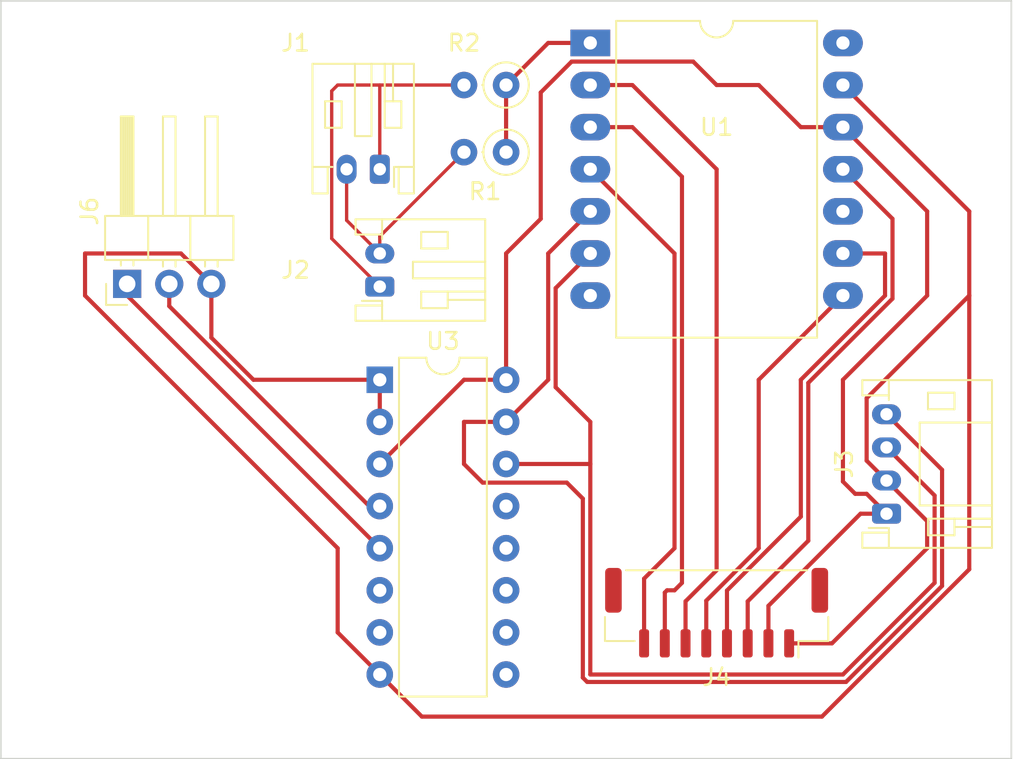
<source format=kicad_pcb>
(kicad_pcb (version 20221018) (generator pcbnew)
  (layers (0 "F.Cu" signal) (31 "B.Cu" signal) (34 "B.Paste" user) (35 "F.Paste" user) (36 "B.SilkS" user "B.Silkscreen") (37 "F.SilkS" user "F.Silkscreen") (38 "B.Mask" user) (39 "F.Mask" user) (44 "Edge.Cuts" user))
  (net 0 "")
  (net 1 "+3V3")
  (net 2 "/-")
  (net 3 "/+")
  (net 4 "/SDA")
  (net 5 "/LCD_CS")
  (net 6 "LCD_BL")
  (net 7 "LCD_RS")
  (net 8 "LCD_DC")
  (net 9 "/SCK")
  (net 10 "/MOSI")
  (net 11 "MISO")
  (net 12 "SD_CS")
  (net 13 "BatLvl")
  (net 15 "/Btn1")
  (net 16 "/Btn2")
  (net 17 "GND")
  (net 18 "/SCL")
  (footprint "Resistor_THT:R_Axial_DIN0207_L6.3mm_D2.5mm_P2.54mm_Vertical" (layer "F.Cu") (at 157.48 59.93 180)
    (fp_text reference "R1" (at 1.27 -2.37) (layer "F.SilkS"))
    (fp_text value "R")
    (fp_line (start 1.37 0) (end 1.44 0) (stroke (width 0.12)) (layer "F.SilkS"))
    (fp_circle (center 0 0) (end 1.37 0) (stroke (width 0.12)) (fill none) (layer "F.SilkS"))
    (pad "1" thru_hole circle (at 0 0 180) (size 1.6 1.6) (drill 0.8) (layers "*.Cu" "*.Mask") (net 13 "BatLvl"))
    (pad "2" thru_hole oval (at 2.54 0 180) (size 1.6 1.6) (drill 0.8) (layers "*.Cu" "*.Mask") (net 2 "/-"))
  )
  (footprint "Connector_JST:JST_PH_S4B-PH-K_1x04_P2.00mm_Horizontal" (layer "F.Cu") (at 180.43 81.74 90)
    (fp_text reference "J3" (at 3 -2.55 90) (layer "F.SilkS"))
    (fp_text value "GNSS I2C")
    (fp_line (start -2.06 -1.46) (end -2.06 6.36) (stroke (width 0.12)) (layer "F.SilkS"))
    (fp_line (start -2.06 0.14) (end -1.14 0.14) (stroke (width 0.12)) (layer "F.SilkS"))
    (fp_line (start -2.06 6.36) (end 8.06 6.36) (stroke (width 0.12)) (layer "F.SilkS"))
    (fp_line (start -1.3 2.5) (end -1.3 4.1) (stroke (width 0.12)) (layer "F.SilkS"))
    (fp_line (start -1.3 4.1) (end -0.3 4.1) (stroke (width 0.12)) (layer "F.SilkS"))
    (fp_line (start -1.14 -1.46) (end -2.06 -1.46) (stroke (width 0.12)) (layer "F.SilkS"))
    (fp_line (start -1.14 0.14) (end -1.14 -1.46) (stroke (width 0.12)) (layer "F.SilkS"))
    (fp_line (start -0.86 0.14) (end -1.14 0.14) (stroke (width 0.12)) (layer "F.SilkS"))
    (fp_line (start -0.86 0.14) (end -0.86 -1.075) (stroke (width 0.12)) (layer "F.SilkS"))
    (fp_line (start -0.8 4.1) (end -0.8 6.36) (stroke (width 0.12)) (layer "F.SilkS"))
    (fp_line (start -0.3 2.5) (end -1.3 2.5) (stroke (width 0.12)) (layer "F.SilkS"))
    (fp_line (start -0.3 4.1) (end -0.3 2.5) (stroke (width 0.12)) (layer "F.SilkS"))
    (fp_line (start -0.3 4.1) (end -0.3 6.36) (stroke (width 0.12)) (layer "F.SilkS"))
    (fp_line (start 0.5 2) (end 5.5 2) (stroke (width 0.12)) (layer "F.SilkS"))
    (fp_line (start 0.5 6.36) (end 0.5 2) (stroke (width 0.12)) (layer "F.SilkS"))
    (fp_line (start 5.5 2) (end 5.5 6.36) (stroke (width 0.12)) (layer "F.SilkS"))
    (fp_line (start 6.3 2.5) (end 7.3 2.5) (stroke (width 0.12)) (layer "F.SilkS"))
    (fp_line (start 6.3 4.1) (end 6.3 2.5) (stroke (width 0.12)) (layer "F.SilkS"))
    (fp_line (start 7.14 -1.46) (end 7.14 0.14) (stroke (width 0.12)) (layer "F.SilkS"))
    (fp_line (start 7.14 0.14) (end 6.86 0.14) (stroke (width 0.12)) (layer "F.SilkS"))
    (fp_line (start 7.3 2.5) (end 7.3 4.1) (stroke (width 0.12)) (layer "F.SilkS"))
    (fp_line (start 7.3 4.1) (end 6.3 4.1) (stroke (width 0.12)) (layer "F.SilkS"))
    (fp_line (start 8.06 -1.46) (end 7.14 -1.46) (stroke (width 0.12)) (layer "F.SilkS"))
    (fp_line (start 8.06 0.14) (end 7.14 0.14) (stroke (width 0.12)) (layer "F.SilkS"))
    (fp_line (start 8.06 6.36) (end 8.06 -1.46) (stroke (width 0.12)) (layer "F.SilkS"))
    (pad "1" thru_hole roundrect (at 0 0 90) (size 1.2 1.75) (drill 0.75) (layers "*.Cu" "*.Mask") (roundrect_rratio 0.208333) (net 1 "+3V3"))
    (pad "2" thru_hole oval (at 2 0 90) (size 1.2 1.75) (drill 0.75) (layers "*.Cu" "*.Mask") (net 17 "GND"))
    (pad "3" thru_hole oval (at 4 0 90) (size 1.2 1.75) (drill 0.75) (layers "*.Cu" "*.Mask") (net 18 "/SCL"))
    (pad "4" thru_hole oval (at 6 0 90) (size 1.2 1.75) (drill 0.75) (layers "*.Cu" "*.Mask") (net 4 "/SDA"))
  )
  (footprint "Package_DIP:DIP-16_W7.62mm" (layer "F.Cu") (at 149.86 73.66)
    (fp_text reference "U3" (at 3.81 -2.33) (layer "F.SilkS"))
    (fp_text value "PCF8574")
    (fp_line (start 1.16 -1.33) (end 1.16 19.11) (stroke (width 0.12)) (layer "F.SilkS"))
    (fp_line (start 1.16 19.11) (end 6.46 19.11) (stroke (width 0.12)) (layer "F.SilkS"))
    (fp_line (start 2.81 -1.33) (end 1.16 -1.33) (stroke (width 0.12)) (layer "F.SilkS"))
    (fp_line (start 6.46 -1.33) (end 4.81 -1.33) (stroke (width 0.12)) (layer "F.SilkS"))
    (fp_line (start 6.46 19.11) (end 6.46 -1.33) (stroke (width 0.12)) (layer "F.SilkS"))
    (fp_arc (start 4.81 -1.33) (mid 3.81 -0.33) (end 2.81 -1.33) (stroke (width 0.12)) (layer "F.SilkS"))
    (pad "1" thru_hole rect (at 0 0) (size 1.6 1.6) (drill 0.8) (layers "*.Cu" "*.Mask") (net 17 "GND"))
    (pad "2" thru_hole oval (at 0 2.54) (size 1.6 1.6) (drill 0.8) (layers "*.Cu" "*.Mask") (net 17 "GND"))
    (pad "3" thru_hole oval (at 0 5.08) (size 1.6 1.6) (drill 0.8) (layers "*.Cu" "*.Mask") (net 1 "+3V3"))
    (pad "4" thru_hole oval (at 0 7.62) (size 1.6 1.6) (drill 0.8) (layers "*.Cu" "*.Mask") (net 16 "/Btn2"))
    (pad "5" thru_hole oval (at 0 10.16) (size 1.6 1.6) (drill 0.8) (layers "*.Cu" "*.Mask") (net 15 "/Btn1"))
    (pad "6" thru_hole oval (at 0 12.7) (size 1.6 1.6) (drill 0.8) (layers "*.Cu" "*.Mask"))
    (pad "7" thru_hole oval (at 0 15.24) (size 1.6 1.6) (drill 0.8) (layers "*.Cu" "*.Mask"))
    (pad "8" thru_hole oval (at 0 17.78) (size 1.6 1.6) (drill 0.8) (layers "*.Cu" "*.Mask") (net 17 "GND"))
    (pad "9" thru_hole oval (at 7.62 17.78) (size 1.6 1.6) (drill 0.8) (layers "*.Cu" "*.Mask"))
    (pad "10" thru_hole oval (at 7.62 15.24) (size 1.6 1.6) (drill 0.8) (layers "*.Cu" "*.Mask"))
    (pad "11" thru_hole oval (at 7.62 12.7) (size 1.6 1.6) (drill 0.8) (layers "*.Cu" "*.Mask"))
    (pad "12" thru_hole oval (at 7.62 10.16) (size 1.6 1.6) (drill 0.8) (layers "*.Cu" "*.Mask"))
    (pad "13" thru_hole oval (at 7.62 7.62) (size 1.6 1.6) (drill 0.8) (layers "*.Cu" "*.Mask"))
    (pad "14" thru_hole oval (at 7.62 5.08) (size 1.6 1.6) (drill 0.8) (layers "*.Cu" "*.Mask") (net 18 "/SCL"))
    (pad "15" thru_hole oval (at 7.62 2.54) (size 1.6 1.6) (drill 0.8) (layers "*.Cu" "*.Mask") (net 4 "/SDA"))
    (pad "16" thru_hole oval (at 7.62 0) (size 1.6 1.6) (drill 0.8) (layers "*.Cu" "*.Mask") (net 1 "+3V3"))
  )
  (footprint "xiao ESP32C3_PCB:DIP-14_W15.24mm_LongPads" (layer "F.Cu") (at 162.56 53.34)
    (fp_text reference "U1" (at 7.62 5.08) (layer "F.SilkS"))
    (fp_text value "XIAO ESP32S3")
    (fp_line (start 1.56 -1.33) (end 1.56 17.78) (stroke (width 0.12)) (layer "F.SilkS"))
    (fp_line (start 1.56 17.78) (end 13.68 17.78) (stroke (width 0.12)) (layer "F.SilkS"))
    (fp_line (start 6.62 -1.33) (end 1.56 -1.33) (stroke (width 0.12)) (layer "F.SilkS"))
    (fp_line (start 13.68 -1.33) (end 8.62 -1.33) (stroke (width 0.12)) (layer "F.SilkS"))
    (fp_line (start 13.68 17.78) (end 13.68 -1.33) (stroke (width 0.12)) (layer "F.SilkS"))
    (fp_arc (start 8.62 -1.33) (mid 7.62 -0.33) (end 6.62 -1.33) (stroke (width 0.12)) (layer "F.SilkS"))
    (pad "1" thru_hole rect (at 0 0) (size 2.4 1.6) (drill 0.8) (layers "*.Cu" "*.Mask") (net 13 "BatLvl"))
    (pad "2" thru_hole oval (at 0 2.54) (size 2.4 1.6) (drill 0.8) (layers "*.Cu" "*.Mask") (net 8 "LCD_DC"))
    (pad "3" thru_hole oval (at 0 5.08) (size 2.4 1.6) (drill 0.8) (layers "*.Cu" "*.Mask") (net 7 "LCD_RS"))
    (pad "4" thru_hole oval (at 0 7.62) (size 2.4 1.6) (drill 0.8) (layers "*.Cu" "*.Mask") (net 6 "LCD_BL"))
    (pad "5" thru_hole oval (at 0 10.16) (size 2.4 1.6) (drill 0.8) (layers "*.Cu" "*.Mask") (net 4 "/SDA"))
    (pad "6" thru_hole oval (at 0 12.7) (size 2.4 1.6) (drill 0.8) (layers "*.Cu" "*.Mask") (net 18 "/SCL"))
    (pad "7" thru_hole oval (at 0 15.24) (size 2.4 1.6) (drill 0.8) (layers "*.Cu" "*.Mask") (net 12 "SD_CS"))
    (pad "8" thru_hole oval (at 15.24 15.24) (size 2.4 1.6) (drill 0.8) (layers "*.Cu" "*.Mask") (net 5 "/LCD_CS"))
    (pad "9" thru_hole oval (at 15.24 12.7) (size 2.4 1.6) (drill 0.8) (layers "*.Cu" "*.Mask") (net 9 "/SCK"))
    (pad "10" thru_hole oval (at 15.24 10.16) (size 2.4 1.6) (drill 0.8) (layers "*.Cu" "*.Mask") (net 11 "MISO"))
    (pad "11" thru_hole oval (at 15.24 7.62) (size 2.4 1.6) (drill 0.8) (layers "*.Cu" "*.Mask") (net 10 "/MOSI"))
    (pad "12" thru_hole oval (at 15.24 5.08) (size 2.4 1.6) (drill 0.8) (layers "*.Cu" "*.Mask") (net 1 "+3V3"))
    (pad "13" thru_hole oval (at 15.24 2.54) (size 2.4 1.6) (drill 0.8) (layers "*.Cu" "*.Mask") (net 17 "GND"))
    (pad "14" thru_hole oval (at 15.24 0) (size 2.4 1.6) (drill 0.8) (layers "*.Cu" "*.Mask"))
  )
  (footprint "Connector_JST:JST_GH_SM08B-GHS-TB_1x08-1MP_P1.25mm_Horizontal" (layer "F.Cu") (at 170.18 87.71 180)
    (fp_text reference "J4" (at 0 -3.9) (layer "F.SilkS"))
    (fp_text value "LCD")
    (fp_line (start -6.735 -1.71) (end -4.935 -1.71) (stroke (width 0.12)) (layer "F.SilkS"))
    (fp_line (start -6.735 -0.26) (end -6.735 -1.71) (stroke (width 0.12)) (layer "F.SilkS"))
    (fp_line (start -5.465 2.56) (end 5.465 2.56) (stroke (width 0.12)) (layer "F.SilkS"))
    (fp_line (start -4.935 -1.71) (end -4.935 -2.7) (stroke (width 0.12)) (layer "F.SilkS"))
    (fp_line (start 6.735 -1.71) (end 4.935 -1.71) (stroke (width 0.12)) (layer "F.SilkS"))
    (fp_line (start 6.735 -0.26) (end 6.735 -1.71) (stroke (width 0.12)) (layer "F.SilkS"))
    (pad "1" smd roundrect (at -4.375 -1.85 180) (size 0.6 1.7) (layers "F.Cu" "F.Paste" "F.Mask") (net 17 "GND"))
    (pad "2" smd roundrect (at -3.125 -1.85 180) (size 0.6 1.7) (layers "F.Cu" "F.Paste" "F.Mask") (net 1 "+3V3"))
    (pad "3" smd roundrect (at -1.875 -1.85 180) (size 0.6 1.7) (layers "F.Cu" "F.Paste" "F.Mask") (net 10 "/MOSI"))
    (pad "4" smd roundrect (at -0.625 -1.85 180) (size 0.6 1.7) (layers "F.Cu" "F.Paste" "F.Mask") (net 9 "/SCK"))
    (pad "5" smd roundrect (at 0.625 -1.85 180) (size 0.6 1.7) (layers "F.Cu" "F.Paste" "F.Mask") (net 5 "/LCD_CS"))
    (pad "6" smd roundrect (at 1.875 -1.85 180) (size 0.6 1.7) (layers "F.Cu" "F.Paste" "F.Mask") (net 8 "LCD_DC"))
    (pad "7" smd roundrect (at 3.125 -1.85 180) (size 0.6 1.7) (layers "F.Cu" "F.Paste" "F.Mask") (net 7 "LCD_RS"))
    (pad "8" smd roundrect (at 4.375 -1.85 180) (size 0.6 1.7) (layers "F.Cu" "F.Paste" "F.Mask") (net 6 "LCD_BL"))
    (pad "MP" smd roundrect (at -6.225 1.35 180) (size 1 2.7) (layers "F.Cu" "F.Paste" "F.Mask"))
    (pad "MP" smd roundrect (at 6.225 1.35 180) (size 1 2.7) (layers "F.Cu" "F.Paste" "F.Mask"))
  )
  (footprint "Connector_JST:JST_PH_S2B-PH-K_1x02_P2.00mm_Horizontal" (layer "F.Cu") (at 149.86 68.04 90)
    (fp_text reference "J2" (at 1 -5.08 180) (layer "F.SilkS"))
    (fp_text value "ESP32 BAT")
    (fp_line (start -2.06 -1.46) (end -2.06 6.36) (stroke (width 0.12)) (layer "F.SilkS"))
    (fp_line (start -2.06 0.14) (end -1.14 0.14) (stroke (width 0.12)) (layer "F.SilkS"))
    (fp_line (start -2.06 6.36) (end 4.06 6.36) (stroke (width 0.12)) (layer "F.SilkS"))
    (fp_line (start -1.3 2.5) (end -1.3 4.1) (stroke (width 0.12)) (layer "F.SilkS"))
    (fp_line (start -1.3 4.1) (end -0.3 4.1) (stroke (width 0.12)) (layer "F.SilkS"))
    (fp_line (start -1.14 -1.46) (end -2.06 -1.46) (stroke (width 0.12)) (layer "F.SilkS"))
    (fp_line (start -1.14 0.14) (end -1.14 -1.46) (stroke (width 0.12)) (layer "F.SilkS"))
    (fp_line (start -0.86 0.14) (end -1.14 0.14) (stroke (width 0.12)) (layer "F.SilkS"))
    (fp_line (start -0.86 0.14) (end -0.86 -1.075) (stroke (width 0.12)) (layer "F.SilkS"))
    (fp_line (start -0.8 4.1) (end -0.8 6.36) (stroke (width 0.12)) (layer "F.SilkS"))
    (fp_line (start -0.3 2.5) (end -1.3 2.5) (stroke (width 0.12)) (layer "F.SilkS"))
    (fp_line (start -0.3 4.1) (end -0.3 2.5) (stroke (width 0.12)) (layer "F.SilkS"))
    (fp_line (start -0.3 4.1) (end -0.3 6.36) (stroke (width 0.12)) (layer "F.SilkS"))
    (fp_line (start 0.5 2) (end 1.5 2) (stroke (width 0.12)) (layer "F.SilkS"))
    (fp_line (start 0.5 6.36) (end 0.5 2) (stroke (width 0.12)) (layer "F.SilkS"))
    (fp_line (start 1.5 2) (end 1.5 6.36) (stroke (width 0.12)) (layer "F.SilkS"))
    (fp_line (start 2.3 2.5) (end 3.3 2.5) (stroke (width 0.12)) (layer "F.SilkS"))
    (fp_line (start 2.3 4.1) (end 2.3 2.5) (stroke (width 0.12)) (layer "F.SilkS"))
    (fp_line (start 3.14 -1.46) (end 3.14 0.14) (stroke (width 0.12)) (layer "F.SilkS"))
    (fp_line (start 3.14 0.14) (end 2.86 0.14) (stroke (width 0.12)) (layer "F.SilkS"))
    (fp_line (start 3.3 2.5) (end 3.3 4.1) (stroke (width 0.12)) (layer "F.SilkS"))
    (fp_line (start 3.3 4.1) (end 2.3 4.1) (stroke (width 0.12)) (layer "F.SilkS"))
    (fp_line (start 4.06 -1.46) (end 3.14 -1.46) (stroke (width 0.12)) (layer "F.SilkS"))
    (fp_line (start 4.06 0.14) (end 3.14 0.14) (stroke (width 0.12)) (layer "F.SilkS"))
    (fp_line (start 4.06 6.36) (end 4.06 -1.46) (stroke (width 0.12)) (layer "F.SilkS"))
    (pad "1" thru_hole roundrect (at 0 0 90) (size 1.2 1.75) (drill 0.75) (layers "*.Cu" "*.Mask") (roundrect_rratio 0.208333) (net 3 "/+"))
    (pad "2" thru_hole oval (at 2 0 90) (size 1.2 1.75) (drill 0.75) (layers "*.Cu" "*.Mask") (net 2 "/-"))
  )
  (footprint "Connector_PinHeader_2.54mm:PinHeader_1x03_P2.54mm_Horizontal" (layer "F.Cu") (at 134.62 67.875 90)
    (fp_text reference "J6" (at 4.385 -2.27 90) (layer "F.SilkS"))
    (fp_text value "BTNS")
    (fp_line (start -1.27 -1.27) (end 0 -1.27) (stroke (width 0.12)) (layer "F.SilkS"))
    (fp_line (start -1.27 0) (end -1.27 -1.27) (stroke (width 0.12)) (layer "F.SilkS"))
    (fp_line (start 1.042929 2.16) (end 1.44 2.16) (stroke (width 0.12)) (layer "F.SilkS"))
    (fp_line (start 1.042929 2.92) (end 1.44 2.92) (stroke (width 0.12)) (layer "F.SilkS"))
    (fp_line (start 1.042929 4.7) (end 1.44 4.7) (stroke (width 0.12)) (layer "F.SilkS"))
    (fp_line (start 1.042929 5.46) (end 1.44 5.46) (stroke (width 0.12)) (layer "F.SilkS"))
    (fp_line (start 1.11 -0.38) (end 1.44 -0.38) (stroke (width 0.12)) (layer "F.SilkS"))
    (fp_line (start 1.11 0.38) (end 1.44 0.38) (stroke (width 0.12)) (layer "F.SilkS"))
    (fp_line (start 1.44 -1.33) (end 1.44 6.41) (stroke (width 0.12)) (layer "F.SilkS"))
    (fp_line (start 1.44 1.27) (end 4.1 1.27) (stroke (width 0.12)) (layer "F.SilkS"))
    (fp_line (start 1.44 3.81) (end 4.1 3.81) (stroke (width 0.12)) (layer "F.SilkS"))
    (fp_line (start 1.44 6.41) (end 4.1 6.41) (stroke (width 0.12)) (layer "F.SilkS"))
    (fp_line (start 4.1 -1.33) (end 1.44 -1.33) (stroke (width 0.12)) (layer "F.SilkS"))
    (fp_line (start 4.1 -0.38) (end 10.1 -0.38) (stroke (width 0.12)) (layer "F.SilkS"))
    (fp_line (start 4.1 -0.32) (end 10.1 -0.32) (stroke (width 0.12)) (layer "F.SilkS"))
    (fp_line (start 4.1 -0.2) (end 10.1 -0.2) (stroke (width 0.12)) (layer "F.SilkS"))
    (fp_line (start 4.1 -0.08) (end 10.1 -0.08) (stroke (width 0.12)) (layer "F.SilkS"))
    (fp_line (start 4.1 0.04) (end 10.1 0.04) (stroke (width 0.12)) (layer "F.SilkS"))
    (fp_line (start 4.1 0.16) (end 10.1 0.16) (stroke (width 0.12)) (layer "F.SilkS"))
    (fp_line (start 4.1 0.28) (end 10.1 0.28) (stroke (width 0.12)) (layer "F.SilkS"))
    (fp_line (start 4.1 2.16) (end 10.1 2.16) (stroke (width 0.12)) (layer "F.SilkS"))
    (fp_line (start 4.1 4.7) (end 10.1 4.7) (stroke (width 0.12)) (layer "F.SilkS"))
    (fp_line (start 4.1 6.41) (end 4.1 -1.33) (stroke (width 0.12)) (layer "F.SilkS"))
    (fp_line (start 10.1 -0.38) (end 10.1 0.38) (stroke (width 0.12)) (layer "F.SilkS"))
    (fp_line (start 10.1 0.38) (end 4.1 0.38) (stroke (width 0.12)) (layer "F.SilkS"))
    (fp_line (start 10.1 2.16) (end 10.1 2.92) (stroke (width 0.12)) (layer "F.SilkS"))
    (fp_line (start 10.1 2.92) (end 4.1 2.92) (stroke (width 0.12)) (layer "F.SilkS"))
    (fp_line (start 10.1 4.7) (end 10.1 5.46) (stroke (width 0.12)) (layer "F.SilkS"))
    (fp_line (start 10.1 5.46) (end 4.1 5.46) (stroke (width 0.12)) (layer "F.SilkS"))
    (pad "1" thru_hole rect (at 0 0 90) (size 1.7 1.7) (drill 1) (layers "*.Cu" "*.Mask") (net 15 "/Btn1"))
    (pad "2" thru_hole oval (at 0 2.54 90) (size 1.7 1.7) (drill 1) (layers "*.Cu" "*.Mask") (net 16 "/Btn2"))
    (pad "3" thru_hole oval (at 0 5.08 90) (size 1.7 1.7) (drill 1) (layers "*.Cu" "*.Mask") (net 17 "GND"))
  )
  (footprint "Connector_JST:JST_PH_S2B-PH-K_1x02_P2.00mm_Horizontal" (layer "F.Cu") (at 149.86 60.96 180)
    (fp_text reference "J1" (at 5.08 7.62 180) (layer "F.SilkS"))
    (fp_text value "BAT")
    (fp_line (start -2.06 -1.46) (end -2.06 6.36) (stroke (width 0.12)) (layer "F.SilkS"))
    (fp_line (start -2.06 0.14) (end -1.14 0.14) (stroke (width 0.12)) (layer "F.SilkS"))
    (fp_line (start -2.06 6.36) (end 4.06 6.36) (stroke (width 0.12)) (layer "F.SilkS"))
    (fp_line (start -1.3 2.5) (end -1.3 4.1) (stroke (width 0.12)) (layer "F.SilkS"))
    (fp_line (start -1.3 4.1) (end -0.3 4.1) (stroke (width 0.12)) (layer "F.SilkS"))
    (fp_line (start -1.14 -1.46) (end -2.06 -1.46) (stroke (width 0.12)) (layer "F.SilkS"))
    (fp_line (start -1.14 0.14) (end -1.14 -1.46) (stroke (width 0.12)) (layer "F.SilkS"))
    (fp_line (start -0.86 0.14) (end -1.14 0.14) (stroke (width 0.12)) (layer "F.SilkS"))
    (fp_line (start -0.86 0.14) (end -0.86 -1.075) (stroke (width 0.12)) (layer "F.SilkS"))
    (fp_line (start -0.8 4.1) (end -0.8 6.36) (stroke (width 0.12)) (layer "F.SilkS"))
    (fp_line (start -0.3 2.5) (end -1.3 2.5) (stroke (width 0.12)) (layer "F.SilkS"))
    (fp_line (start -0.3 4.1) (end -0.3 2.5) (stroke (width 0.12)) (layer "F.SilkS"))
    (fp_line (start -0.3 4.1) (end -0.3 6.36) (stroke (width 0.12)) (layer "F.SilkS"))
    (fp_line (start 0.5 2) (end 1.5 2) (stroke (width 0.12)) (layer "F.SilkS"))
    (fp_line (start 0.5 6.36) (end 0.5 2) (stroke (width 0.12)) (layer "F.SilkS"))
    (fp_line (start 1.5 2) (end 1.5 6.36) (stroke (width 0.12)) (layer "F.SilkS"))
    (fp_line (start 2.3 2.5) (end 3.3 2.5) (stroke (width 0.12)) (layer "F.SilkS"))
    (fp_line (start 2.3 4.1) (end 2.3 2.5) (stroke (width 0.12)) (layer "F.SilkS"))
    (fp_line (start 3.14 -1.46) (end 3.14 0.14) (stroke (width 0.12)) (layer "F.SilkS"))
    (fp_line (start 3.14 0.14) (end 2.86 0.14) (stroke (width 0.12)) (layer "F.SilkS"))
    (fp_line (start 3.3 2.5) (end 3.3 4.1) (stroke (width 0.12)) (layer "F.SilkS"))
    (fp_line (start 3.3 4.1) (end 2.3 4.1) (stroke (width 0.12)) (layer "F.SilkS"))
    (fp_line (start 4.06 -1.46) (end 3.14 -1.46) (stroke (width 0.12)) (layer "F.SilkS"))
    (fp_line (start 4.06 0.14) (end 3.14 0.14) (stroke (width 0.12)) (layer "F.SilkS"))
    (fp_line (start 4.06 6.36) (end 4.06 -1.46) (stroke (width 0.12)) (layer "F.SilkS"))
    (pad "1" thru_hole roundrect (at 0 0 180) (size 1.2 1.75) (drill 0.75) (layers "*.Cu" "*.Mask") (roundrect_rratio 0.208333) (net 3 "/+"))
    (pad "2" thru_hole oval (at 2 0 180) (size 1.2 1.75) (drill 0.75) (layers "*.Cu" "*.Mask") (net 2 "/-"))
  )
  (footprint "Resistor_THT:R_Axial_DIN0207_L6.3mm_D2.5mm_P2.54mm_Vertical" (layer "F.Cu") (at 157.48 55.88 180)
    (fp_text reference "R2" (at 2.54 2.54) (layer "F.SilkS"))
    (fp_text value "R")
    (fp_line (start 1.37 0) (end 1.44 0) (stroke (width 0.12)) (layer "F.SilkS"))
    (fp_circle (center 0 0) (end 1.37 0) (stroke (width 0.12)) (fill none) (layer "F.SilkS"))
    (pad "1" thru_hole circle (at 0 0 180) (size 1.6 1.6) (drill 0.8) (layers "*.Cu" "*.Mask") (net 13 "BatLvl"))
    (pad "2" thru_hole oval (at 2.54 0 180) (size 1.6 1.6) (drill 0.8) (layers "*.Cu" "*.Mask") (net 3 "/+"))
  )
  (gr_rect (start 127 50.8) (end 187.96 96.52) (stroke (width 0.1)) (fill none) (layer "Edge.Cuts"))
  (segment (start 178.861827 81.74) (end 180.43 81.74) (width 0.25) (layer "F.Cu") (net 1))
  (segment (start 182.88 68.58) (end 182.88 63.5) (width 0.25) (layer "F.Cu") (net 1))
  (segment (start 173.305 89.56) (end 173.305 87.296827) (width 0.25) (layer "F.Cu") (net 1))
  (segment (start 154.94 73.66) (end 149.86 78.74) (width 0.25) (layer "F.Cu") (net 1))
  (segment (start 170.18 55.88) (end 168.765 54.465) (width 0.25) (layer "F.Cu") (net 1))
  (segment (start 175.26 58.42) (end 172.72 55.88) (width 0.25) (layer "F.Cu") (net 1))
  (segment (start 159.57 63.95) (end 157.48 66.04) (width 0.25) (layer "F.Cu") (net 1))
  (segment (start 177.8 58.42) (end 175.26 58.42) (width 0.25) (layer "F.Cu") (net 1))
  (segment (start 182.88 63.5) (end 177.8 58.42) (width 0.25) (layer "F.Cu") (net 1))
  (segment (start 168.765 54.465) (end 161.435 54.465) (width 0.25) (layer "F.Cu") (net 1))
  (segment (start 157.48 73.66) (end 154.94 73.66) (width 0.25) (layer "F.Cu") (net 1))
  (segment (start 179.23 80.54) (end 178.54 80.54) (width 0.25) (layer "F.Cu") (net 1))
  (segment (start 157.48 66.04) (end 157.48 73.66) (width 0.25) (layer "F.Cu") (net 1))
  (segment (start 172.72 55.88) (end 170.18 55.88) (width 0.25) (layer "F.Cu") (net 1))
  (segment (start 177.8 73.66) (end 182.88 68.58) (width 0.25) (layer "F.Cu") (net 1))
  (segment (start 159.57 56.33) (end 159.57 63.95) (width 0.25) (layer "F.Cu") (net 1))
  (segment (start 180.43 81.74) (end 179.23 80.54) (width 0.25) (layer "F.Cu") (net 1))
  (segment (start 161.435 54.465) (end 159.57 56.33) (width 0.25) (layer "F.Cu") (net 1))
  (segment (start 177.8 79.8) (end 177.8 73.66) (width 0.25) (layer "F.Cu") (net 1))
  (segment (start 173.305 87.296827) (end 178.861827 81.74) (width 0.25) (layer "F.Cu") (net 1))
  (segment (start 178.54 80.54) (end 177.8 79.8) (width 0.25) (layer "F.Cu") (net 1))
  (segment (start 149.86 65.01) (end 154.94 59.93) (width 0.2) (layer "F.Cu") (net 2))
  (segment (start 147.86 64.04) (end 149.86 66.04) (width 0.2) (layer "F.Cu") (net 2))
  (segment (start 147.86 60.96) (end 147.86 64.04) (width 0.2) (layer "F.Cu") (net 2))
  (segment (start 149.86 66.04) (end 149.86 65.01) (width 0.2) (layer "F.Cu") (net 2))
  (segment (start 146.96 56.24) (end 147.32 55.88) (width 0.2) (layer "F.Cu") (net 3))
  (segment (start 146.96 65.14) (end 146.96 56.24) (width 0.2) (layer "F.Cu") (net 3))
  (segment (start 147.32 55.88) (end 149.86 55.88) (width 0.2) (layer "F.Cu") (net 3))
  (segment (start 149.86 68.04) (end 146.96 65.14) (width 0.2) (layer "F.Cu") (net 3))
  (segment (start 149.86 60.96) (end 149.86 55.88) (width 0.2) (layer "F.Cu") (net 3))
  (segment (start 149.86 55.88) (end 154.94 55.88) (width 0.2) (layer "F.Cu") (net 3))
  (segment (start 161.145 79.865) (end 156.065 79.865) (width 0.25) (layer "F.Cu") (net 4))
  (segment (start 157.48 76.2) (end 160.02 73.66) (width 0.25) (layer "F.Cu") (net 4))
  (segment (start 183.78 86.096396) (end 177.986396 91.89) (width 0.25) (layer "F.Cu") (net 4))
  (segment (start 160.02 66.04) (end 162.56 63.5) (width 0.25) (layer "F.Cu") (net 4))
  (segment (start 156.065 79.865) (end 154.94 78.74) (width 0.25) (layer "F.Cu") (net 4))
  (segment (start 183.78 79.09) (end 183.78 86.096396) (width 0.25) (layer "F.Cu") (net 4))
  (segment (start 177.986396 91.89) (end 162.373604 91.89) (width 0.25) (layer "F.Cu") (net 4))
  (segment (start 162.11 91.626396) (end 162.11 80.83) (width 0.25) (layer "F.Cu") (net 4))
  (segment (start 162.11 80.83) (end 161.145 79.865) (width 0.25) (layer "F.Cu") (net 4))
  (segment (start 154.94 78.74) (end 154.94 76.2) (width 0.25) (layer "F.Cu") (net 4))
  (segment (start 180.43 75.74) (end 183.78 79.09) (width 0.25) (layer "F.Cu") (net 4))
  (segment (start 154.94 76.2) (end 157.48 76.2) (width 0.25) (layer "F.Cu") (net 4))
  (segment (start 162.373604 91.89) (end 162.11 91.626396) (width 0.25) (layer "F.Cu") (net 4))
  (segment (start 160.02 73.66) (end 160.02 66.04) (width 0.25) (layer "F.Cu") (net 4))
  (segment (start 169.555 89.56) (end 169.555 86.985) (width 0.25) (layer "F.Cu") (net 5))
  (segment (start 172.72 73.66) (end 177.8 68.58) (width 0.25) (layer "F.Cu") (net 5))
  (segment (start 172.72 83.82) (end 172.72 73.66) (width 0.25) (layer "F.Cu") (net 5))
  (segment (start 169.555 86.985) (end 172.72 83.82) (width 0.25) (layer "F.Cu") (net 5))
  (segment (start 165.805 89.56) (end 165.805 85.655) (width 0.25) (layer "F.Cu") (net 6))
  (segment (start 167.64 66.04) (end 167.64 83.82) (width 0.25) (layer "F.Cu") (net 6))
  (segment (start 162.56 60.96) (end 167.64 66.04) (width 0.25) (layer "F.Cu") (net 6))
  (segment (start 165.805 85.655) (end 167.64 83.82) (width 0.25) (layer "F.Cu") (net 6))
  (segment (start 165.1 58.42) (end 168.09 61.41) (width 0.25) (layer "F.Cu") (net 7))
  (segment (start 162.56 58.42) (end 165.1 58.42) (width 0.25) (layer "F.Cu") (net 7))
  (segment (start 167.055 86.495) (end 167.055 89.56) (width 0.25) (layer "F.Cu") (net 7))
  (segment (start 167.19 86.36) (end 167.055 86.495) (width 0.25) (layer "F.Cu") (net 7))
  (segment (start 168.09 61.41) (end 168.09 85.91) (width 0.25) (layer "F.Cu") (net 7))
  (segment (start 167.64 86.36) (end 167.19 86.36) (width 0.25) (layer "F.Cu") (net 7))
  (segment (start 168.09 85.91) (end 167.64 86.36) (width 0.25) (layer "F.Cu") (net 7))
  (segment (start 170.18 60.96) (end 170.18 85.15) (width 0.25) (layer "F.Cu") (net 8))
  (segment (start 170.18 85.15) (end 168.305 87.025) (width 0.25) (layer "F.Cu") (net 8))
  (segment (start 168.305 87.025) (end 168.305 89.56) (width 0.25) (layer "F.Cu") (net 8))
  (segment (start 162.56 55.88) (end 165.1 55.88) (width 0.25) (layer "F.Cu") (net 8))
  (segment (start 165.1 55.88) (end 170.18 60.96) (width 0.25) (layer "F.Cu") (net 8))
  (segment (start 175.26 81.916396) (end 175.26 73.66) (width 0.25) (layer "F.Cu") (net 9))
  (segment (start 175.26 73.66) (end 180.34 68.58) (width 0.25) (layer "F.Cu") (net 9))
  (segment (start 180.34 68.58) (end 180.34 66.04) (width 0.25) (layer "F.Cu") (net 9))
  (segment (start 170.805 86.371396) (end 175.26 81.916396) (width 0.25) (layer "F.Cu") (net 9))
  (segment (start 170.805 89.56) (end 170.805 86.371396) (width 0.25) (layer "F.Cu") (net 9))
  (segment (start 180.34 66.04) (end 177.8 66.04) (width 0.25) (layer "F.Cu") (net 9))
  (segment (start 172.055 89.56) (end 172.055 87.025) (width 0.25) (layer "F.Cu") (net 10))
  (segment (start 180.79 68.766396) (end 180.79 63.95) (width 0.25) (layer "F.Cu") (net 10))
  (segment (start 180.79 63.95) (end 177.8 60.96) (width 0.25) (layer "F.Cu") (net 10))
  (segment (start 175.71 83.37) (end 175.71 73.846396) (width 0.25) (layer "F.Cu") (net 10))
  (segment (start 172.055 87.025) (end 175.71 83.37) (width 0.25) (layer "F.Cu") (net 10))
  (segment (start 175.71 73.846396) (end 180.79 68.766396) (width 0.25) (layer "F.Cu") (net 10))
  (segment (start 157.48 59.93) (end 157.48 55.88) (width 0.25) (layer "F.Cu") (net 13))
  (segment (start 160.02 53.34) (end 161.923604 53.34) (width 0.25) (layer "F.Cu") (net 13))
  (segment (start 157.48 55.88) (end 160.02 53.34) (width 0.25) (layer "F.Cu") (net 13))
  (segment (start 161.923604 53.34) (end 162.241802 53.658198) (width 0.25) (layer "F.Cu") (net 13))
  (segment (start 134.62 68.58) (end 134.62 67.875) (width 0.25) (layer "F.Cu") (net 15))
  (segment (start 149.86 83.82) (end 134.62 68.58) (width 0.25) (layer "F.Cu") (net 15))
  (segment (start 149.223604 81.28) (end 149.86 81.28) (width 0.25) (layer "F.Cu") (net 16))
  (segment (start 137.16 67.875) (end 137.16 69.216396) (width 0.25) (layer "F.Cu") (net 16))
  (segment (start 137.16 69.216396) (end 149.223604 81.28) (width 0.25) (layer "F.Cu") (net 16))
  (segment (start 132.08 68.58) (end 147.32 83.82) (width 0.25) (layer "F.Cu") (net 17))
  (segment (start 137.865 66.04) (end 132.08 66.04) (width 0.25) (layer "F.Cu") (net 17))
  (segment (start 139.7 71.12) (end 139.7 67.875) (width 0.25) (layer "F.Cu") (net 17))
  (segment (start 185.42 63.5) (end 177.8 55.88) (width 0.25) (layer "F.Cu") (net 17))
  (segment (start 179.23 74.77) (end 185.42 68.58) (width 0.25) (layer "F.Cu") (net 17))
  (segment (start 176.532792 93.98) (end 152.4 93.98) (width 0.25) (layer "F.Cu") (net 17))
  (segment (start 185.42 85.092792) (end 176.532792 93.98) (width 0.25) (layer "F.Cu") (net 17))
  (segment (start 185.42 68.58) (end 185.42 85.092792) (width 0.25) (layer "F.Cu") (net 17))
  (segment (start 177.14 89.56) (end 182.88 83.82) (width 0.25) (layer "F.Cu") (net 17))
  (segment (start 149.86 73.66) (end 149.86 76.2) (width 0.25) (layer "F.Cu") (net 17))
  (segment (start 147.32 83.82) (end 147.32 88.9) (width 0.25) (layer "F.Cu") (net 17))
  (segment (start 139.7 67.875) (end 137.865 66.04) (width 0.25) (layer "F.Cu") (net 17))
  (segment (start 149.86 73.66) (end 142.24 73.66) (width 0.25) (layer "F.Cu") (net 17))
  (segment (start 180.43 79.74) (end 179.23 78.54) (width 0.25) (layer "F.Cu") (net 17))
  (segment (start 147.32 88.9) (end 149.86 91.44) (width 0.25) (layer "F.Cu") (net 17))
  (segment (start 132.08 66.04) (end 132.08 68.58) (width 0.25) (layer "F.Cu") (net 17))
  (segment (start 179.23 78.54) (end 179.23 74.77) (width 0.25) (layer "F.Cu") (net 17))
  (segment (start 185.42 68.58) (end 185.42 63.5) (width 0.25) (layer "F.Cu") (net 17))
  (segment (start 182.88 82.19) (end 180.43 79.74) (width 0.25) (layer "F.Cu") (net 17))
  (segment (start 182.88 83.82) (end 182.88 82.19) (width 0.25) (layer "F.Cu") (net 17))
  (segment (start 152.4 93.98) (end 149.86 91.44) (width 0.25) (layer "F.Cu") (net 17))
  (segment (start 142.24 73.66) (end 139.7 71.12) (width 0.25) (layer "F.Cu") (net 17))
  (segment (start 174.555 89.56) (end 177.14 89.56) (width 0.25) (layer "F.Cu") (net 17))
  (segment (start 177.8 91.44) (end 162.56 91.44) (width 0.25) (layer "F.Cu") (net 18))
  (segment (start 180.43 77.74) (end 183.33 80.64) (width 0.25) (layer "F.Cu") (net 18))
  (segment (start 162.56 76.2) (end 160.47 74.11) (width 0.25) (layer "F.Cu") (net 18))
  (segment (start 162.56 78.74) (end 157.48 78.74) (width 0.25) (layer "F.Cu") (net 18))
  (segment (start 160.47 68.13) (end 162.56 66.04) (width 0.25) (layer "F.Cu") (net 18))
  (segment (start 183.33 80.64) (end 183.33 85.91) (width 0.25) (layer "F.Cu") (net 18))
  (segment (start 160.47 74.11) (end 160.47 68.13) (width 0.25) (layer "F.Cu") (net 18))
  (segment (start 183.33 85.91) (end 177.8 91.44) (width 0.25) (layer "F.Cu") (net 18))
  (segment (start 162.56 91.44) (end 162.56 78.74) (width 0.25) (layer "F.Cu") (net 18))
  (segment (start 162.56 78.74) (end 162.56 76.2) (width 0.25) (layer "F.Cu") (net 18))
)
</source>
